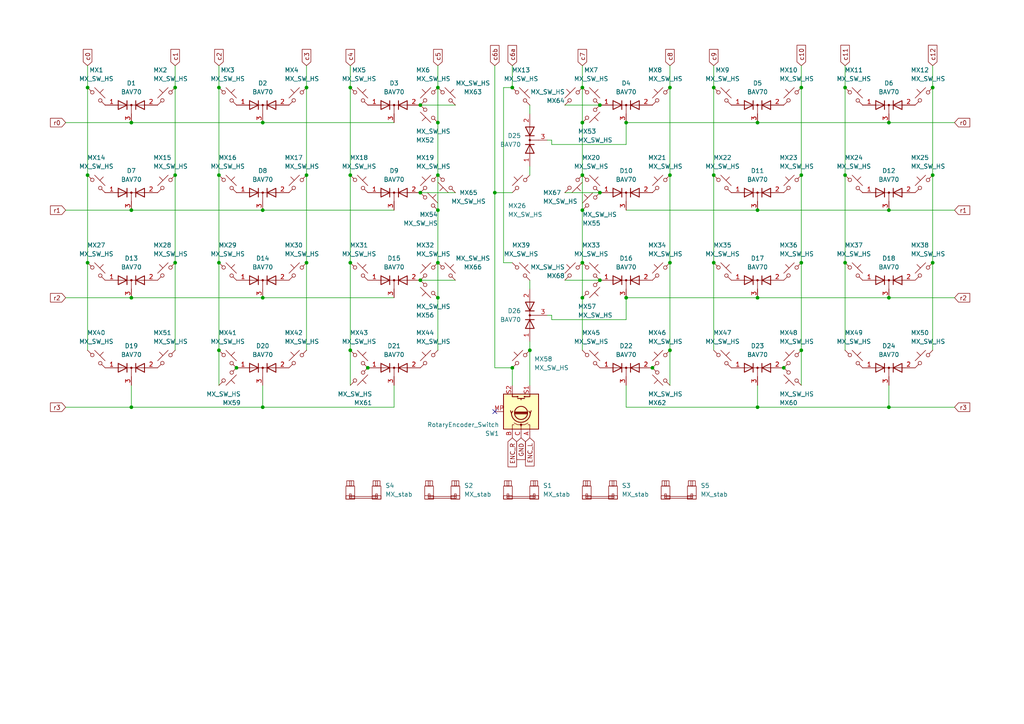
<source format=kicad_sch>
(kicad_sch (version 20230121) (generator eeschema)
  (paper "A4")
  (junction (at -121.92 77.47))
  (junction (at 50.8 25.4))
  (junction (at 38.1 35.56))
  (junction (at -114.3 77.47))
  (junction (at 38.1 60.96))
  (junction (at 127 60.96))
  (junction (at 173.99 30.48))
  (junction (at 148.59 25.4))
  (junction (at -81.28 68.58))
  (junction (at 25.4 50.8))
  (junction (at -168.6052 24.0284))
  (junction (at 76.2 60.96))
  (junction (at 270.51 50.8))
  (junction (at -179.832 -49.022))
  (junction (at 181.61 35.56))
  (junction (at 168.91 76.2))
  (junction (at -58.42 57.15))
  (junction (at 63.5 50.8))
  (junction (at -158.75 67.31))
  (junction (at 25.4 25.4))
  (junction (at 153.67 101.6))
  (junction (at 168.91 86.36))
  (junction (at 121.92 30.48))
  (junction (at -138.43 57.15))
  (junction (at 232.41 76.2))
  (junction (at 232.41 25.4))
  (junction (at 189.23 106.68))
  (junction (at 257.81 35.56))
  (junction (at 168.91 50.8))
  (junction (at 245.11 25.4))
  (junction (at -58.42 68.58))
  (junction (at 168.91 25.4))
  (junction (at 245.11 76.2))
  (junction (at 173.99 55.88))
  (junction (at -119.38 77.47))
  (junction (at 168.91 60.96))
  (junction (at 50.8 76.2))
  (junction (at -69.85 68.58))
  (junction (at -138.43 72.39))
  (junction (at 232.41 101.6))
  (junction (at 101.6 25.4))
  (junction (at 76.2 118.11))
  (junction (at -92.71 57.15))
  (junction (at 76.2 86.36))
  (junction (at -163.5252 21.59))
  (junction (at 88.9 50.8))
  (junction (at 127 50.8))
  (junction (at 143.51 55.88))
  (junction (at 194.31 76.2))
  (junction (at 207.01 50.8))
  (junction (at 257.81 60.96))
  (junction (at 76.2 35.56))
  (junction (at 101.6 101.6))
  (junction (at 127 86.36))
  (junction (at 245.11 50.8))
  (junction (at -101.6 72.39))
  (junction (at 127 35.56))
  (junction (at 63.5 101.6))
  (junction (at -46.99 68.58))
  (junction (at -69.85 57.15))
  (junction (at 68.58 106.68))
  (junction (at -162.052 -57.912))
  (junction (at 219.71 86.36))
  (junction (at 219.71 35.56))
  (junction (at 127 76.2))
  (junction (at 207.01 76.2))
  (junction (at 121.92 55.88))
  (junction (at 270.51 25.4))
  (junction (at -116.84 77.47))
  (junction (at 38.1 118.11))
  (junction (at 232.41 50.8))
  (junction (at -43.434 -15.494))
  (junction (at 127 25.4))
  (junction (at 50.8 50.8))
  (junction (at -101.6 57.15))
  (junction (at 227.33 106.68))
  (junction (at -105.41 77.47))
  (junction (at 194.31 25.4))
  (junction (at -147.32 57.15))
  (junction (at -109.22 77.47))
  (junction (at 25.4 76.2))
  (junction (at 106.68 106.68))
  (junction (at -158.4198 24.0284))
  (junction (at -135.89 77.47))
  (junction (at 148.59 106.68))
  (junction (at 63.5 76.2))
  (junction (at 168.91 35.56))
  (junction (at -138.43 77.47))
  (junction (at -101.6 77.47))
  (junction (at 257.81 86.36))
  (junction (at 257.81 118.11))
  (junction (at 219.71 118.11))
  (junction (at 173.99 81.28))
  (junction (at 101.6 50.8))
  (junction (at -156.718 6.858))
  (junction (at 38.1 86.36))
  (junction (at 101.6 76.2))
  (junction (at 88.9 76.2))
  (junction (at 63.5 25.4))
  (junction (at 121.92 81.28))
  (junction (at 181.61 86.36))
  (junction (at -176.1236 24.0284))
  (junction (at 194.31 101.6))
  (junction (at -130.81 194.2846))
  (junction (at 270.51 76.2))
  (junction (at 207.01 25.4))
  (junction (at -118.11 194.2846))
  (junction (at -162.052 -49.022))
  (junction (at 88.9 25.4))
  (junction (at -163.5252 31.75))
  (junction (at -81.28 57.15))
  (junction (at -111.76 77.47))
  (junction (at 219.71 60.96))
  (junction (at 194.31 50.8))
  (no_connect (at 143.51 119.38))
  (wire (pts (xy -168.5036 21.59) (xy -163.5252 21.59)))
  (wire (pts (xy -138.43 77.47) (xy -138.43 90.17)))
  (polyline (pts (xy -138.938 14.986) (xy -138.938 38.862)))
  (wire (pts (xy 127 86.36) (xy 127 101.6)))
  (wire (pts (xy 181.61 41.91) (xy 181.61 35.56)))
  (wire (pts (xy -138.43 55.88) (xy -138.43 57.15)))
  (wire (pts (xy -86.36 143.51) (xy -71.12 143.51)))
  (wire (pts (xy -163.5252 21.59) (xy -141.986 21.59)))
  (wire (pts (xy -194.056 -57.912) (xy -187.452 -57.912)))
  (wire (pts (xy 76.2 86.36) (xy 114.3 86.36)))
  (wire (pts (xy -86.36 133.35) (xy -71.12 133.35)))
  (wire (pts (xy -86.36 168.91) (xy -71.12 168.91)))
  (polyline (pts (xy -202.946 203.708) (xy -10.16 203.708)))
  (wire (pts (xy -156.718 5.334) (xy -156.718 6.858)))
  (wire (pts (xy -92.71 58.42) (xy -92.71 57.15)))
  (wire (pts (xy 153.67 101.6) (xy 153.67 111.76)))
  (wire (pts (xy 219.71 86.36) (xy 257.81 86.36)))
  (polyline (pts (xy -138.938 -24.892) (xy -202.946 -24.892)))
  (wire (pts (xy -119.38 90.17) (xy -119.38 77.47)))
  (wire (pts (xy -86.36 166.37) (xy -71.12 166.37)))
  (wire (pts (xy -92.71 66.04) (xy -92.71 68.58)))
  (polyline (pts (xy -10.16 12.446) (xy -135.128 12.446)))
  (wire (pts (xy -168.6052 22.606) (xy -168.6052 24.0284)))
  (wire (pts (xy 163.83 55.88) (xy 173.99 55.88)))
  (wire (pts (xy -118.11 194.2846) (xy -118.11 194.31)))
  (wire (pts (xy 88.9 76.2) (xy 88.9 101.6)))
  (wire (pts (xy 88.9 50.8) (xy 88.9 76.2)))
  (wire (pts (xy -163.83 120.65) (xy -149.86 120.65)))
  (wire (pts (xy -101.6 55.88) (xy -101.6 57.15)))
  (polyline (pts (xy -135.128 -21.844) (xy -10.16 -21.844)))
  (wire (pts (xy -163.5252 21.59) (xy -163.5252 24.0284)))
  (wire (pts (xy -162.052 -56.642) (xy -162.052 -57.912)))
  (wire (pts (xy -86.36 115.57) (xy -71.12 115.57)))
  (wire (pts (xy 194.31 101.6) (xy 194.31 111.76)))
  (wire (pts (xy 38.1 35.56) (xy 76.2 35.56)))
  (wire (pts (xy -158.3944 24.0284) (xy -158.4198 24.0284)))
  (wire (pts (xy -77.724 -5.08) (xy -90.424 -5.08)))
  (wire (pts (xy -114.3 77.47) (xy -111.76 77.47)))
  (wire (pts (xy 181.61 60.96) (xy 219.71 60.96)))
  (wire (pts (xy -176.1236 24.0284) (xy -168.6052 24.0284)))
  (wire (pts (xy 50.8 25.4) (xy 50.8 50.8)))
  (wire (pts (xy 232.41 50.8) (xy 232.41 76.2)))
  (wire (pts (xy 101.6 101.6) (xy 101.6 111.76)))
  (wire (pts (xy -86.36 120.65) (xy -71.12 120.65)))
  (wire (pts (xy 168.91 19.05) (xy 168.91 25.4)))
  (wire (pts (xy -119.38 77.47) (xy -116.84 77.47)))
  (wire (pts (xy 25.4 19.05) (xy 25.4 25.4)))
  (wire (pts (xy -101.6 77.47) (xy -101.6 90.17)))
  (polyline (pts (xy -10.16 42.926) (xy -202.946 42.926)))
  (wire (pts (xy 257.81 111.76) (xy 257.81 118.11)))
  (wire (pts (xy -86.36 128.27) (xy -71.12 128.27)))
  (wire (pts (xy -147.32 73.66) (xy -147.32 72.39)))
  (wire (pts (xy -163.83 113.03) (xy -149.86 113.03)))
  (wire (pts (xy -149.86 172.72) (xy -163.83 172.72)))
  (polyline (pts (xy -138.938 12.446) (xy -202.946 12.446)))
  (wire (pts (xy -86.36 97.79) (xy -80.01 97.79)))
  (wire (pts (xy -109.22 77.47) (xy -105.41 77.47)))
  (wire (pts (xy 50.8 19.05) (xy 50.8 25.4)))
  (wire (pts (xy 25.4 50.8) (xy 25.4 76.2)))
  (wire (pts (xy -86.36 118.11) (xy -71.12 118.11)))
  (wire (pts (xy 114.3 111.76) (xy 114.3 118.11)))
  (polyline (pts (xy -202.946 42.926) (xy -202.946 203.708)))
  (wire (pts (xy -179.832 -50.292) (xy -179.832 -49.022)))
  (wire (pts (xy -46.99 58.42) (xy -46.99 57.15)))
  (wire (pts (xy 257.81 118.11) (xy 276.86 118.11)))
  (wire (pts (xy -158.75 66.04) (xy -158.75 67.31)))
  (wire (pts (xy -147.32 67.31) (xy -147.32 66.04)))
  (wire (pts (xy -86.36 110.49) (xy -71.12 110.49)))
  (wire (pts (xy -86.36 153.67) (xy -71.12 153.67)))
  (wire (pts (xy -168.5036 31.75) (xy -163.5252 31.75)))
  (wire (pts (xy -86.36 130.81) (xy -71.12 130.81)))
  (wire (pts (xy 168.91 76.2) (xy 168.91 86.36)))
  (wire (pts (xy -147.32 81.28) (xy -147.32 82.55)))
  (wire (pts (xy 181.61 86.36) (xy 219.71 86.36)))
  (wire (pts (xy -86.36 135.89) (xy -71.12 135.89)))
  (polyline (pts (xy -138.938 38.862) (xy -202.946 38.862)))
  (wire (pts (xy -86.36 138.43) (xy -71.12 138.43)))
  (wire (pts (xy 163.83 81.28) (xy 173.99 81.28)))
  (wire (pts (xy 181.61 35.56) (xy 219.71 35.56)))
  (wire (pts (xy 127 35.56) (xy 127 50.8)))
  (wire (pts (xy -111.76 77.47) (xy -109.22 77.47)))
  (wire (pts (xy -121.92 77.47) (xy -119.38 77.47)))
  (wire (pts (xy -86.36 171.45) (xy -71.12 171.45)))
  (wire (pts (xy 153.67 30.48) (xy 153.67 33.02)))
  (wire (pts (xy -86.36 125.73) (xy -71.12 125.73)))
  (wire (pts (xy -153.67 -56.642) (xy -153.67 -57.912)))
  (wire (pts (xy 127 25.4) (xy 127 35.56)))
  (wire (pts (xy 76.2 60.96) (xy 114.3 60.96)))
  (wire (pts (xy 194.31 25.4) (xy 194.31 50.8)))
  (wire (pts (xy -30.734 2.54) (xy -14.224 2.54)))
  (wire (pts (xy 76.2 35.56) (xy 114.3 35.56)))
  (wire (pts (xy -69.85 68.58) (xy -81.28 68.58)))
  (wire (pts (xy -86.36 113.03) (xy -71.12 113.03)))
  (wire (pts (xy -135.89 90.17) (xy -135.89 77.47)))
  (wire (pts (xy 121.92 55.88) (xy 132.08 55.88)))
  (wire (pts (xy 163.83 30.48) (xy 173.99 30.48)))
  (wire (pts (xy 194.31 50.8) (xy 194.31 76.2)))
  (wire (pts (xy 245.11 19.05) (xy 245.11 25.4)))
  (wire (pts (xy 38.1 111.76) (xy 38.1 118.11)))
  (wire (pts (xy -114.3 90.17) (xy -114.3 77.47)))
  (wire (pts (xy -81.28 58.42) (xy -81.28 57.15)))
  (wire (pts (xy -147.32 57.15) (xy -138.43 57.15)))
  (wire (pts (xy -86.36 146.05) (xy -71.12 146.05)))
  (polyline (pts (xy -202.946 14.986) (xy -138.938 14.986)))
  (wire (pts (xy 270.51 50.8) (xy 270.51 76.2)))
  (wire (pts (xy -86.36 140.97) (xy -71.12 140.97)))
  (wire (pts (xy -30.734 0) (xy -14.224 0)))
  (wire (pts (xy 160.02 91.44) (xy 160.02 92.71)))
  (wire (pts (xy -46.99 66.04) (xy -46.99 68.58)))
  (polyline (pts (xy -135.128 12.446) (xy -135.128 -21.844)))
  (wire (pts (xy -149.86 161.29) (xy -163.83 161.29)))
  (wire (pts (xy -67.31 100.33) (xy -53.34 100.33)))
  (wire (pts (xy -86.36 151.13) (xy -71.12 151.13)))
  (wire (pts (xy -105.41 77.47) (xy -101.6 77.47)))
  (polyline (pts (xy -202.946 -21.59) (xy -138.938 -21.59)))
  (wire (pts (xy 168.91 60.96) (xy 168.91 76.2)))
  (wire (pts (xy 245.11 50.8) (xy 245.11 76.2)))
  (wire (pts (xy -116.84 90.17) (xy -116.84 77.47)))
  (wire (pts (xy -80.01 92.71) (xy -74.93 92.71)))
  (wire (pts (xy -111.76 90.17) (xy -111.76 77.47)))
  (wire (pts (xy 232.41 101.6) (xy 232.41 111.76)))
  (wire (pts (xy 160.02 41.91) (xy 181.61 41.91)))
  (wire (pts (xy -194.056 -50.292) (xy -194.056 -49.022)))
  (wire (pts (xy -158.75 67.31) (xy -147.32 67.31)))
  (wire (pts (xy 76.2 118.11) (xy 114.3 118.11)))
  (wire (pts (xy -86.36 179.07) (xy -71.12 179.07)))
  (wire (pts (xy 270.51 76.2) (xy 270.51 101.6)))
  (wire (pts (xy -116.84 77.47) (xy -114.3 77.47)))
  (wire (pts (xy -86.36 158.75) (xy -71.12 158.75)))
  (wire (pts (xy 181.61 92.71) (xy 181.61 86.36)))
  (wire (pts (xy 219.71 60.96) (xy 257.81 60.96)))
  (polyline (pts (xy -10.16 -21.844) (xy -10.16 12.446)))
  (wire (pts (xy 143.51 19.05) (xy 143.51 55.88)))
  (wire (pts (xy -138.43 72.39) (xy -138.43 77.47)))
  (wire (pts (xy -158.4198 24.0284) (xy -158.4198 27.8384)))
  (wire (pts (xy -81.28 66.04) (xy -81.28 68.58)))
  (wire (pts (xy -163.5252 31.75) (xy -163.5252 31.6484)))
  (wire (pts (xy -156.718 6.858) (xy -153.924 6.858)))
  (wire (pts (xy 146.05 25.4) (xy 148.59 25.4)))
  (wire (pts (xy 257.81 86.36) (xy 276.86 86.36)))
  (wire (pts (xy 153.67 48.26) (xy 153.67 50.8)))
  (wire (pts (xy 101.6 19.05) (xy 101.6 25.4)))
  (wire (pts (xy 25.4 76.2) (xy 25.4 101.6)))
  (wire (pts (xy -81.28 68.58) (xy -92.71 68.58)))
  (wire (pts (xy -92.71 57.15) (xy -81.28 57.15)))
  (wire (pts (xy -86.36 107.95) (xy -71.12 107.95)))
  (wire (pts (xy 63.5 25.4) (xy 63.5 50.8)))
  (wire (pts (xy -138.43 57.15) (xy -138.43 72.39)))
  (wire (pts (xy 168.91 86.36) (xy 168.91 101.6)))
  (wire (pts (xy -149.86 124.46) (xy -163.83 124.46)))
  (wire (pts (xy 148.59 106.68) (xy 143.51 106.68)))
  (wire (pts (xy -158.75 58.42) (xy -158.75 57.15)))
  (wire (pts (xy -101.6 57.15) (xy -101.6 72.39)))
  (wire (pts (xy 207.01 19.05) (xy 207.01 25.4)))
  (wire (pts (xy 153.67 81.28) (xy 153.67 83.82)))
  (wire (pts (xy 219.71 118.11) (xy 257.81 118.11)))
  (wire (pts (xy -158.75 67.31) (xy -158.75 68.58)))
  (wire (pts (xy -158.4198 24.0284) (xy -160.7058 24.0284)))
  (wire (pts (xy -43.434 7.62) (xy -43.434 8.89)))
  (wire (pts (xy -118.11 191.77) (xy -118.11 194.2846)))
  (wire (pts (xy -67.564 0) (xy -56.134 0)))
  (wire (pts (xy -130.81 77.47) (xy -135.89 77.47)))
  (wire (pts (xy -80.01 92.71) (xy -80.01 97.79)))
  (wire (pts (xy -149.86 175.26) (xy -163.83 175.26)))
  (wire (pts (xy -121.92 90.17) (xy -121.92 77.47)))
  (wire (pts (xy -158.4452 27.8384) (xy -158.4198 27.8384)))
  (wire (pts (xy -194.056 -49.022) (xy -179.832 -49.022)))
  (wire (pts (xy -163.83 118.11) (xy -149.86 118.11)))
  (wire (pts (xy 207.01 76.2) (xy 207.01 101.6)))
  (wire (pts (xy -86.36 -48.26) (xy -78.74 -48.26)))
  (polyline (pts (xy -202.946 -77.978) (xy -138.938 -77.978)))
  (polyline (pts (xy -202.946 12.446) (xy -202.946 -21.59)))
  (wire (pts (xy 19.05 35.56) (xy 38.1 35.56)))
  (wire (pts (xy -69.85 58.42) (xy -69.85 57.15)))
  (wire (pts (xy -179.832 -49.022) (xy -162.052 -49.022)))
  (wire (pts (xy 232.41 19.05) (xy 232.41 25.4)))
  (polyline (pts (xy -202.946 35.56) (xy -202.946 14.986)))
  (wire (pts (xy 245.11 25.4) (xy 245.11 50.8)))
  (wire (pts (xy 50.8 76.2) (xy 50.8 101.6)))
  (wire (pts (xy -130.81 90.17) (xy -130.81 77.47)))
  (wire (pts (xy 50.8 50.8) (xy 50.8 76.2)))
  (wire (pts (xy 148.59 19.05) (xy 148.59 25.4)))
  (wire (pts (xy -168.6052 27.8384) (xy -168.6052 24.0284)))
  (wire (pts (xy -86.36 156.21) (xy -71.12 156.21)))
  (wire (pts (xy -162.052 -57.912) (xy -162.052 -59.182)))
  (wire (pts (xy 88.9 19.05) (xy 88.9 25.4)))
  (wire (pts (xy -109.22 77.47) (xy -109.22 90.17)))
  (wire (pts (xy 148.59 76.2) (xy 146.05 76.2)))
  (wire (pts (xy -162.052 -49.022) (xy -153.67 -49.022)))
  (wire (pts (xy 19.05 86.36) (xy 38.1 86.36)))
  (wire (pts (xy 245.11 76.2) (xy 245.11 101.6)))
  (wire (pts (xy 181.61 111.76) (xy 181.61 118.11)))
  (wire (pts (xy -179.832 -49.022) (xy -179.832 -48.9204)))
  (wire (pts (xy -86.36 161.29) (xy -71.12 161.29)))
  (wire (pts (xy 148.59 106.68) (xy 148.59 111.76)))
  (wire (pts (xy -160.7058 22.606) (xy -168.6052 22.606)))
  (wire (pts (xy -127 90.17) (xy -127 77.47)))
  (wire (pts (xy 38.1 118.11) (xy 76.2 118.11)))
  (wire (pts (xy 160.02 40.64) (xy 158.75 40.64)))
  (wire (pts (xy -176.1236 21.59) (xy -176.1236 24.0284)))
  (wire (pts (xy 121.92 81.28) (xy 132.08 81.28)))
  (wire (pts (xy 25.4 25.4) (xy 25.4 50.8)))
  (wire (pts (xy -172.212 -57.912) (xy -162.052 -57.912)))
  (wire (pts (xy -70.104 -5.08) (xy -56.134 -5.08)))
  (wire (pts (xy 207.01 50.8) (xy 207.01 76.2)))
  (wire (pts (xy 127 19.05) (xy 127 25.4)))
  (wire (pts (xy -101.6 57.15) (xy -92.71 57.15)))
  (wire (pts (xy -69.85 66.04) (xy -69.85 68.58)))
  (wire (pts (xy -43.434 -15.494) (xy -43.434 -12.7)))
  (wire (pts (xy 232.41 76.2) (xy 232.41 101.6)))
  (wire (pts (xy 194.31 19.05) (xy 194.31 25.4)))
  (wire (pts (xy 19.05 60.96) (xy 38.1 60.96)))
  (wire (pts (xy -92.71 81.28) (xy -92.71 82.55)))
  (wire (pts (xy -86.36 148.59) (xy -71.12 148.59)))
  (wire (pts (xy 101.6 50.8) (xy 101.6 76.2)))
  (wire (pts (xy -58.42 66.04) (xy -58.42 68.58)))
  (wire (pts (xy -58.42 57.15) (xy -46.99 57.15)))
  (wire (pts (xy -152.146 31.75) (xy -141.986 31.75)))
  (wire (pts (xy -130.81 191.77) (xy -130.81 194.2846)))
  (wire (pts (xy -163.83 143.51) (xy -149.86 143.51)))
  (wire (pts (xy 143.51 55.88) (xy 148.59 55.88)))
  (wire (pts (xy 121.92 30.48) (xy 132.08 30.48)))
  (wire (pts (xy -86.36 184.15) (xy -71.12 184.15)))
  (wire (pts (xy -69.85 57.15) (xy -58.42 57.15)))
  (wire (pts (xy -46.99 68.58) (xy -58.42 68.58)))
  (wire (pts (xy -160.7058 24.0284) (xy -160.7058 22.606)))
  (wire (pts (xy 19.05 118.11) (xy 38.1 118.11)))
  (wire (pts (xy -58.42 58.42) (xy -58.42 57.15)))
  (wire (pts (xy -130.81 194.2846) (xy -130.81 194.31)))
  (wire (pts (xy -30.734 -7.62) (xy -14.224 -7.62)))
  (wire (pts (xy 88.9 25.4) (xy 88.9 50.8)))
  (wire (pts (xy -159.766 31.75) (xy -163.5252 31.75)))
  (wire (pts (xy 143.51 55.88) (xy 143.51 106.68)))
  (wire (pts (xy 127 50.8) (xy 127 60.96)))
  (wire (pts (xy -101.6 72.39) (xy -101.6 77.47)))
  (wire (pts (xy 63.5 76.2) (xy 63.5 101.6)))
  (wire (pts (xy 270.51 25.4) (xy 270.51 50.8)))
  (wire (pts (xy 194.31 76.2) (xy 194.31 101.6)))
  (wire (pts (xy 219.71 111.76) (xy 219.71 118.11)))
  (wire (pts (xy -101.6 72.39) (xy -92.71 72.39)))
  (wire (pts (xy 101.6 25.4) (xy 101.6 50.8)))
  (wire (pts (xy 160.02 91.44) (xy 158.75 91.44)))
  (wire (pts (xy 63.5 19.05) (xy 63.5 25.4)))
  (wire (pts (xy 257.81 60.96) (xy 276.86 60.96)))
  (wire (pts (xy 153.67 99.06) (xy 153.67 101.6)))
  (wire (pts (xy -147.32 58.42) (xy -147.32 57.15)))
  (polyline (pts (xy -138.938 -77.978) (xy -138.938 -24.892)))
  (wire (pts (xy 101.6 76.2) (xy 101.6 101.6)))
  (wire (pts (xy -135.89 77.47) (xy -138.43 77.47)))
  (wire (pts (xy 270.51 19.05) (xy 270.51 25.4)))
  (wire (pts (xy -86.36 -50.8) (xy -78.74 -50.8)))
  (wire (pts (xy 127 76.2) (xy 127 86.36)))
  (wire (pts (xy 127 60.96) (xy 127 76.2)))
  (wire (pts (xy 63.5 50.8) (xy 63.5 76.2)))
  (wire (pts (xy -92.71 73.66) (xy -92.71 72.39)))
  (wire (pts (xy -149.86 148.59) (xy -163.83 148.59)))
  (wire (pts (xy 181.61 118.11) (xy 219.71 118.11)))
  (wire (pts (xy -86.36 163.83) (xy -71.12 163.83)))
  (wire (pts (xy 76.2 111.76) (xy 76.2 118.11)))
  (wire (pts (xy 257.81 35.56) (xy 276.86 35.56)))
  (wire (pts (xy -86.36 100.33) (xy -74.93 100.33)))
  (wire (pts (xy 207.01 25.4) (xy 207.01 50.8)))
  (wire (pts (xy 38.1 60.96) (xy 76.2 60.96)))
  (wire (pts (xy -153.67 -57.912) (xy -162.052 -57.912)))
  (polyline (pts (xy -138.938 -21.59) (xy -138.938 12.446)))
  (wire (pts (xy 160.02 92.71) (xy 181.61 92.71)))
  (wire (pts (xy -176.1236 24.0284) (xy -176.1236 31.75)))
  (polyline (pts (xy -10.16 203.708) (xy -10.16 42.926)))
  (wire (pts (xy -163.83 115.57) (xy -149.86 115.57)))
  (wire (pts (xy -158.75 57.15) (xy -147.32 57.15)))
  (wire (pts (xy 168.91 35.56) (xy 168.91 50.8)))
  (wire (pts (xy 219.71 35.56) (xy 257.81 35.56)))
  (wire (pts (xy -81.28 57.15) (xy -69.85 57.15)))
  (wire (pts (xy -86.36 181.61) (xy -71.12 181.61)))
  (wire (pts (xy 38.1 86.36) (xy 76.2 86.36)))
  (wire (pts (xy -105.41 90.17) (xy -105.41 77.47)))
  (wire (pts (xy 63.5 101.6) (xy 63.5 111.76)))
  (wire (pts (xy -147.32 72.39) (xy -138.43 72.39)))
  (wire (pts (xy -149.86 109.22) (xy -163.83 109.22)))
  (wire (pts (xy 146.05 76.2) (xy 146.05 25.4)))
  (wire (pts (xy 168.91 25.4) (xy 168.91 35.56)))
  (polyline (pts (xy -202.946 35.56) (xy -202.946 38.862)))
  (wire (pts (xy -86.36 123.19) (xy -71.12 123.19)))
  (wire (pts (xy -86.36 176.53) (xy -71.12 176.53)))
  (wire (pts (xy -58.42 68.58) (xy -69.85 68.58)))
  (wire (pts (xy -127 77.47) (xy -121.92 77.47)))
  (wire (pts (xy -67.31 92.71) (xy -53.34 92.71)))
  (wire (pts (xy 168.91 50.8) (xy 168.91 60.96)))
  (polyline (pts (xy -202.946 -24.892) (xy -202.946 -77.978)))
  (wire (pts (xy 160.02 40.64) (xy 160.02 41.91)))
  (wire (pts (xy 232.41 25.4) (xy 232.41 50.8)))
  (wire (pts (xy -30.734 -5.08) (xy -14.224 -5.08)))
  (text "LDO\n5V -> 3.3V" (at -202.692 -69.342 0) (effects (font (size 2.54 2.54)) (justify left bottom)))
  (text "Make sure C8 is close to pin 45 of RP2040" (at -195.58 78.74 0) (effects (font (size 1.27 1.27)) (justify left bottom)))
  (text "Make sure C10 is close to pin 44 of RP2040" (at -85.09 80.01 0) (effects (font (size 1.27 1.27)) (justify left bottom)))
  (text "MCU" (at -201.676 48.26 0) (effects (font (size 2.54 2.54)) (justify left bottom)))
  (text "Breakout\n" (at -202.692 -17.272 0) (effects (font (size 2.54 2.54)) (justify left bottom)))
  (text "Make sure R3 and R4 are close to RP2040" (at -63.5 96.52 0) (effects (font (size 1.27 1.27)) (justify left bottom)))
  (text "Flash memory\n" (at -134.874 -17.78 0) (effects (font (size 2.54 2.54)) (justify left bottom)))
  (text "Crystal" (at -202.692 20.066 0) (effects (font (size 2.54 2.54)) (justify left bottom)))
  (label "GPIO27_ADC1" (at -71.12 179.07 180))
  (label "GPIO28_ADC2" (at -71.12 181.61 180))
  (label "XOUT" (at -141.986 31.75 180))
  (label "XIN" (at -163.83 143.51 0))
  (label "SWCLK" (at -151.384 -6.096 0))
  (label "QSPI_SS" (at -163.83 109.22 0))
  (label "USB_D+" (at -53.34 92.71 180))
  (label "USB_D+" (at -86.36 -48.26 180))
  (label "XIN" (at -141.986 21.59 180))
  (label "QSPI_SD2" (at -163.83 118.11 0))
  (label "QSPI_SD1" (at -14.224 -5.08 180))
  (label "QSPI_SD1" (at -163.83 115.57 0))
  (label "QSPI_SD0" (at -163.83 113.03 0))
  (label "SWCLK" (at -163.83 172.72 0))
  (label "RUN" (at -151.384 -16.256 0))
  (label "USB_D-" (at -86.36 -50.8 180))
  (label "XOUT" (at -163.83 148.59 0))
  (label "USB_D-" (at -53.34 100.33 180))
  (label "RUN" (at -156.718 5.334 0))
  (label "SWD" (at -163.83 175.26 0))
  (label "QSPI_SD0" (at -14.224 -7.62 180))
  (label "GPIO29_ADC3" (at -71.12 184.15 180))
  (label "QSPI_SD3" (at -163.83 120.65 0))
  (label "~{USB_BOOT}" (at -90.424 -5.08 0))
  (label "QSPI_SD3" (at -14.224 2.54 180))
  (label "SWD" (at -151.384 -8.636 0))
  (label "QSPI_SD2" (at -14.224 0 180))
  (label "QSPI_SS" (at -67.564 -5.08 0))
  (label "GPIO26_ADC0" (at -71.12 176.53 180))
  (label "RUN" (at -163.83 161.29 0))
  (label "QSPI_SCLK" (at -163.83 124.46 0))
  (label "QSPI_SCLK" (at -67.564 0 0))
  (global_label "c4" (shape input) (at 101.6 19.05 90) (property "Intersheetrefs" "${INTERSHEET_REFS}" (effects hide)))
  (global_label "r3" (shape input) (at 19.05 118.11 180) (property "Intersheetrefs" "${INTERSHEET_REFS}" (effects hide)))
  (global_label "c0" (shape input) (at -71.12 118.11 0) (property "Intersheetrefs" "${INTERSHEET_REFS}" (effects hide)))
  (global_label "r1" (shape input) (at 276.86 60.96 0) (property "Intersheetrefs" "${INTERSHEET_REFS}" (effects hide)))
  (global_label "r1" (shape input) (at 19.05 60.96 180) (property "Intersheetrefs" "${INTERSHEET_REFS}" (effects hide)))
  (global_label "extra_pin5" (shape input) (at -71.12 163.83 0) (property "Intersheetrefs" "${INTERSHEET_REFS}" (effects hide)))
  (global_label "extra_pin1" (shape input) (at -71.12 153.67 0) (property "Intersheetrefs" "${INTERSHEET_REFS}" (effects hide)))
  (global_label "extra_pin3" (shape input) (at -189.23 1.27 180) (property "Intersheetrefs" "${INTERSHEET_REFS}" (effects hide)))
  (global_label "c8" (shape input) (at -71.12 140.97 0) (property "Intersheetrefs" "${INTERSHEET_REFS}" (effects hide)))
  (global_label "c6b" (shape input) (at -71.12 135.89 0) (property "Intersheetrefs" "${INTERSHEET_REFS}" (effects hide)))
  (global_label "extra_pin3" (shape input) (at -71.12 158.75 0) (property "Intersheetrefs" "${INTERSHEET_REFS}" (effects hide)))
  (global_label "c8" (shape input) (at 194.31 19.05 90) (property "Intersheetrefs" "${INTERSHEET_REFS}" (effects hide)))
  (global_label "c2" (shape input) (at -71.12 123.19 0) (property "Intersheetrefs" "${INTERSHEET_REFS}" (effects hide)))
  (global_label "c9" (shape input) (at -71.12 143.51 0) (property "Intersheetrefs" "${INTERSHEET_REFS}" (effects hide)))
  (global_label "c1" (shape input) (at 50.8 19.05 90) (property "Intersheetrefs" "${INTERSHEET_REFS}" (effects hide)))
  (global_label "r1" (shape input) (at -71.12 110.49 0) (property "Intersheetrefs" "${INTERSHEET_REFS}" (effects hide)))
  (global_label "c10" (shape input) (at 232.41 19.05 90) (property "Intersheetrefs" "${INTERSHEET_REFS}" (effects hide)))
  (global_label "c6a" (shape input) (at 148.59 19.05 90) (property "Intersheetrefs" "${INTERSHEET_REFS}" (effects hide)))
  (global_label "extra_pin4" (shape input) (at -71.12 161.29 0) (property "Intersheetrefs" "${INTERSHEET_REFS}" (effects hide)))
  (global_label "r2" (shape input) (at 19.05 86.36 180) (property "Intersheetrefs" "${INTERSHEET_REFS}" (effects hide)))
  (global_label "c6a" (shape input) (at -71.12 133.35 0) (property "Intersheetrefs" "${INTERSHEET_REFS}" (effects hide)))
  (global_label "c5" (shape input) (at 127 19.05 90) (property "Intersheetrefs" "${INTERSHEET_REFS}" (effects hide)))
  (global_label "c3" (shape input) (at -71.12 125.73 0) (property "Intersheetrefs" "${INTERSHEET_REFS}" (effects hide)))
  (global_label "r3" (shape input) (at -71.12 115.57 0) (property "Intersheetrefs" "${INTERSHEET_REFS}" (effects hide)))
  (global_label "r2" (shape input) (at 276.86 86.36 0) (property "Intersheetrefs" "${INTERSHEET_REFS}" (effects hide)))
  (global_label "c2" (shape input) (at 63.5 19.05 90) (property "Intersheetrefs" "${INTERSHEET_REFS}" (effects hide)))
  (global_label "r0" (shape input) (at -71.12 107.95 0) (property "Intersheetrefs" "${INTERSHEET_REFS}" (effects hide)))
  (global_label "r2" (shape input) (at -71.12 113.03 0) (property "Intersheetrefs" "${INTERSHEET_REFS}" (effects hide)))
  (global_label "c0" (shape input) (at 25.4 19.05 90) (property "Intersheetrefs" "${INTERSHEET_REFS}" (effects hide)))
  (global_label "extra_pin2" (shape input) (at -189.23 -1.27 180) (property "Intersheetrefs" "${INTERSHEET_REFS}" (effects hide)))
  (global_label "+5V" (shape input) (at -194.056 -57.912 90) (property "Intersheetrefs" "${INTERSHEET_REFS}" (effects hide)))
  (global_label "GND" (shape input) (at -186.436 -29.464 0) (property "Intersheetrefs" "${INTERSHEET_REFS}" (effects hide)))
  (global_label "r0" (shape input) (at 276.86 35.56 0) (property "Intersheetrefs" "${INTERSHEET_REFS}" (effects hide)))
  (global_label "extra_pin1" (shape input) (at -189.23 -3.81 180) (property "Intersheetrefs" "${INTERSHEET_REFS}" (effects hide)))
  (global_label "extra_pin5" (shape input) (at -189.23 6.35 180) (property "Intersheetrefs" "${INTERSHEET_REFS}" (effects hide)))
  (global_label "r0" (shape input) (at 19.05 35.56 180) (property "Intersheetrefs" "${INTERSHEET_REFS}" (effects hide)))
  (global_label "+5V" (shape input) (at -78.74 -53.34 180) (property "Intersheetrefs" "${INTERSHEET_REFS}" (effects hide)))
  (global_label "ENC_L" (shape input) (at 153.67 127 270) (property "Intersheetrefs" "${INTERSHEET_REFS}" (effects hide)))
  (global_label "extra_pin2" (shape input) (at -71.12 156.21 0) (property "Intersheetrefs" "${INTERSHEET_REFS}" (effects hide)))
  (global_label "c12" (shape input) (at -71.12 151.13 0) (property "Intersheetrefs" "${INTERSHEET_REFS}" (effects hide)))
  (global_label "c7" (shape input) (at 168.91 19.05 90) (property "Intersheetrefs" "${INTERSHEET_REFS}" (effects hide)))
  (global_label "+5V" (shape input) (at -172.974 -13.208 0) (property "Intersheetrefs" "${INTERSHEET_REFS}" (effects hide)))
  (global_label "c1" (shape input) (at -71.12 120.65 0) (property "Intersheetrefs" "${INTERSHEET_REFS}" (effects hide)))
  (global_label "c3" (shape input) (at 88.9 19.05 90) (property "Intersheetrefs" "${INTERSHEET_REFS}" (effects hide)))
  (global_label "c12" (shape input) (at 270.51 19.05 90) (property "Intersheetrefs" "${INTERSHEET_REFS}" (effects hide)))
  (global_label "GND" (shape input) (at 151.13 127 270) (property "Intersheetrefs" "${INTERSHEET_REFS}" (effects hide)))
  (global_label "r3" (shape input) (at 276.86 118.11 0) (property "Intersheetrefs" "${INTERSHEET_REFS}" (effects hide)))
  (global_label "c5" (shape input) (at -71.12 130.81 0) (property "Intersheetrefs" "${INTERSHEET_REFS}" (effects hide)))
  (global_label "GND" (shape input) (at -172.974 -10.668 0) (property "Intersheetrefs" "${INTERSHEET_REFS}" (effects hide)))
  (global_label "c10" (shape input) (at -71.12 146.05 0) (property "Intersheetrefs" "${INTERSHEET_REFS}" (effects hide)))
  (global_label "c6b" (shape input) (at 143.51 19.05 90) (property "Intersheetrefs" "${INTERSHEET_REFS}" (effects hide)))
  (global_label "ENC_R" (shape input) (at 148.59 127 270) (property "Intersheetrefs" "${INTERSHEET_REFS}" (effects hide)))
  (global_label "LED_GLOW" (shape input) (at -71.12 166.37 0) (property "Intersheetrefs" "${INTERSHEET_REFS}" (effects hide)))
  (global_label "c11" (shape input) (at 245.11 19.05 90) (property "Intersheetrefs" "${INTERSHEET_REFS}" (effects hide)))
  (global_label "c9" (shape input) (at 207.01 19.05 90) (property "Intersheetrefs" "${INTERSHEET_REFS}" (effects hide)))
  (global_label "ENC_R" (shape input) (at -71.12 168.91 0) (property "Intersheetrefs" "${INTERSHEET_REFS}" (effects hide)))
  (global_label "extra_pin4" (shape input) (at -189.23 3.81 180) (property "Intersheetrefs" "${INTERSHEET_REFS}" (effects hide)))
  (global_label "c4" (shape input) (at -71.12 128.27 0) (property "Intersheetrefs" "${INTERSHEET_REFS}" (effects hide)))
  (global_label "c11" (shape input) (at -71.12 148.59 0) (property "Intersheetrefs" "${INTERSHEET_REFS}" (effects hide)))
  (global_label "c7" (shape input) (at -71.12 138.43 0) (property "Intersheetrefs" "${INTERSHEET_REFS}" (effects hide)))
  (global_label "LED_GLOW" (shape input) (at -172.974 -8.128 0) (property "Intersheetrefs" "${INTERSHEET_REFS}" (effects hide)))
  (global_label "ENC_L" (shape input) (at -71.12 171.45 0) (property "Intersheetrefs" "${INTERSHEET_REFS}" (effects hide)))
  (symbol (lib_id "power:+1V1") (at -138.43 55.88 0) (unit 1)
    (property "Reference" "#PWR012" (effects hide))
    (property "Value" "+1V1" (at -138.049 51.4858 0))
  )
  (symbol (lib_id "Device:R") (at -71.12 100.33 270) (unit 1)
    (property "Reference" "R5" (at -71.12 95.0722 90))
    (property "Value" "27" (at -71.12 97.3836 90))
    (property "Footprint" "Resistor_SMD:R_0402_1005Metric" (effects hide))
    (property "LCSC" "C104170" (effects hide))
  )
  (symbol (lib_id "power:GND") (at -46.99 68.58 0) (unit 1)
    (property "Reference" "#PWR021" (effects hide))
    (property "Value" "GND" (at -46.863 72.9742 0))
  )
  (symbol (lib_id "Diode:BAV70") (at 181.61 30.48 0) (unit 1)
    (property "Reference" "D4" (at 181.61 24.13 0))
    (property "Value" "BAV70" (at 181.61 26.67 0))
    (property "Footprint" "Keebio-Parts:SOT-23" (effects hide))
    (property "Datasheet" "https://assets.nexperia.com/documents/data-sheet/BAV70_SER.pdf" (effects hide))
  )
  (symbol (lib_id "Diode:BAV70") (at 114.3 81.28 0) (unit 1)
    (property "Reference" "D15" (at 114.3 74.93 0))
    (property "Value" "BAV70" (at 114.3 77.47 0))
    (property "Footprint" "Keebio-Parts:SOT-23" (effects hide))
    (property "Datasheet" "https://assets.nexperia.com/documents/data-sheet/BAV70_SER.pdf" (effects hide))
  )
  (symbol (lib_id "Diode:BAV70") (at 76.2 55.88 0) (unit 1)
    (property "Reference" "D8" (at 76.2 49.53 0))
    (property "Value" "BAV70" (at 76.2 52.07 0))
    (property "Footprint" "Keebio-Parts:SOT-23" (effects hide))
    (property "Datasheet" "https://assets.nexperia.com/documents/data-sheet/BAV70_SER.pdf" (effects hide))
  )
  (symbol (lib_id "PCM_marbastlib-mx:MX_SW_HS") (at 171.45 33.02 270) (unit 1)
    (property "Reference" "MX53" (at 167.64 38.1 90) (effects (justify left)))
    (property "Value" "MX_SW_HS" (at 167.64 40.64 90) (effects (justify left)))
    (property "Footprint" "PCM_marbastlib-mx:SW_MX_1.75u" (effects hide))
  )
  (symbol (lib_id "Connector:Conn_01x05_Socket") (at -184.15 1.27 0) (unit 1)
    (property "Reference" "J1" (at -181.61 0 0) (effects (justify left)))
    (property "Value" "Conn_01x02_Female" (at -181.61 2.54 0) (effects (justify left)))
    (property "Footprint" "Connector_PinSocket_2.54mm:PinSocket_1x05_P2.54mm_Vertical" (effects hide))
  )
  (symbol (lib_id "PCM_marbastlib-mx:MX_SW_HS") (at 209.55 53.34 0) (unit 1)
    (property "Reference" "MX22" (at 209.55 45.72 0))
    (property "Value" "MX_SW_HS" (at 209.55 48.26 0))
    (property "Footprint" "PCM_marbastlib-mx:SW_MX_1u" (effects hide))
  )
  (symbol (lib_id "power:GND") (at -73.66 -41.91 0) (unit 1)
    (property "Reference" "#PWR019" (effects hide))
    (property "Value" "GND" (at -73.66 -35.56 0))
  )
  (symbol (lib_id "PCM_marbastlib-mx:MX_SW_HS") (at 267.97 104.14 90) (unit 1)
    (property "Reference" "MX50" (at 264.16 96.52 90) (effects (justify right)))
    (property "Value" "MX_SW_HS" (at 264.16 99.06 90) (effects (justify right)))
    (property "Footprint" "PCM_marbastlib-mx:SW_MX_1u" (effects hide))
  )
  (symbol (lib_id "power:GND") (at -105.664 -5.08 270) (unit 1)
    (property "Reference" "#PWR015" (effects hide))
    (property "Value" "GND" (at -106.934 -8.89 0))
  )
  (symbol (lib_id "power:GND") (at -92.71 82.55 0) (unit 1)
    (property "Reference" "#PWR017" (effects hide))
    (property "Value" "GND" (at -92.583 86.9442 0))
  )
  (symbol (lib_id "power:GND") (at -158.75 68.58 0) (unit 1)
    (property "Reference" "#PWR07" (effects hide))
    (property "Value" "GND" (at -158.623 72.9742 0))
  )
  (symbol (lib_id "PCM_marbastlib-mx:MX_SW_HS") (at 129.54 53.34 180) (unit 1)
    (property "Reference" "MX65" (at 135.89 55.88 0))
    (property "Value" "MX_SW_HS" (at 135.89 58.42 0))
    (property "Footprint" "PCM_marbastlib-mx:SW_MX_1u" (effects hide))
  )
  (symbol (lib_id "PCM_marbastlib-mx:MX_SW_HS") (at 171.45 78.74 0) (unit 1)
    (property "Reference" "MX33" (at 171.45 71.12 0))
    (property "Value" "MX_SW_HS" (at 171.45 73.66 0))
    (property "Footprint" "PCM_marbastlib-mx:SW_MX_1u" (effects hide))
  )
  (symbol (lib_id "Connector:Conn_01x05_Male") (at -156.464 -11.176 0) (unit 1)
    (property "Reference" "J4" (at -155.829 -21.1582 0))
    (property "Value" "BREAKOUT" (at -153.4414 -3.9878 0))
    (property "Footprint" "Connector_PinSocket_2.54mm:PinSocket_1x05_P2.54mm_Vertical" (effects hide))
  )
  (symbol (lib_id "Device:C") (at -81.28 62.23 0) (unit 1)
    (property "Reference" "C11" (at -78.359 61.0616 0) (effects (justify left)))
    (property "Value" "100n" (at -78.359 63.373 0) (effects (justify left)))
    (property "Footprint" "Capacitor_SMD:C_0402_1005Metric" (effects hide))
    (property "LCSC" "C49678" (effects hide))
  )
  (symbol (lib_id "PCM_marbastlib-mx:MX_SW_HS") (at 191.77 53.34 90) (unit 1)
    (property "Reference" "MX21" (at 187.96 45.72 90) (effects (justify right)))
    (property "Value" "MX_SW_HS" (at 187.96 48.26 90) (effects (justify right)))
    (property "Footprint" "PCM_marbastlib-mx:SW_MX_1u" (effects hide))
  )
  (symbol (lib_id "Diode:BAV70") (at 181.61 81.28 0) (unit 1)
    (property "Reference" "D16" (at 181.61 74.93 0))
    (property "Value" "BAV70" (at 181.61 77.47 0))
    (property "Footprint" "Keebio-Parts:SOT-23" (effects hide))
    (property "Datasheet" "https://assets.nexperia.com/documents/data-sheet/BAV70_SER.pdf" (effects hide))
  )
  (symbol (lib_id "Device:R") (at -73.914 -5.08 270) (unit 1)
    (property "Reference" "R3" (at -73.914 -10.3378 90))
    (property "Value" "1k" (at -73.914 -8.0264 90))
    (property "Footprint" "Resistor_SMD:R_0402_1005Metric" (effects hide))
    (property "LCSC" "C115316" (effects hide))
  )
  (symbol (lib_id "power:+3V3") (at -43.434 -15.494 0) (unit 1)
    (property "Reference" "#PWR022" (effects hide))
    (property "Value" "+3V3" (at -46.99 -15.494 0))
  )
  (symbol (lib_id "PCM_marbastlib-mx:MX_SW_HS") (at 48.26 78.74 90) (unit 1)
    (property "Reference" "MX28" (at 44.45 71.12 90) (effects (justify right)))
    (property "Value" "MX_SW_HS" (at 44.45 73.66 90) (effects (justify right)))
    (property "Footprint" "PCM_marbastlib-mx:SW_MX_1u" (effects hide))
  )
  (symbol (lib_id "PCM_marbastlib-mx:MX_SW_HS") (at 209.55 104.14 0) (unit 1)
    (property "Reference" "MX47" (at 209.55 96.52 0))
    (property "Value" "MX_SW_HS" (at 209.55 99.06 0))
    (property "Footprint" "PCM_marbastlib-mx:SW_MX_1u" (effects hide))
  )
  (symbol (lib_id "Diode:BAV70") (at 153.67 91.44 90) (unit 1)
    (property "Reference" "D26" (at 151.13 90.17 90) (effects (justify left)))
    (property "Value" "BAV70" (at 151.13 92.71 90) (effects (justify left)))
    (property "Footprint" "Keebio-Parts:SOT-23" (effects hide))
    (property "Datasheet" "https://assets.nexperia.com/documents/data-sheet/BAV70_SER.pdf" (effects hide))
  )
  (symbol (lib_id "Device:C") (at -172.3136 21.59 270) (unit 1)
    (property "Reference" "C2" (at -175.8188 17.3228 90) (effects (justify left)))
    (property "Value" "22pf" (at -172.974 17.5768 90) (effects (justify left)))
    (property "Footprint" "Capacitor_SMD:C_0402_1005Metric" (effects hide))
    (property "LCSC" "C1804" (effects hide))
  )
  (symbol (lib_id "PCM_marbastlib-mx:MX_SW_HS") (at 48.26 53.34 90) (unit 1)
    (property "Reference" "MX15" (at 44.45 45.72 90) (effects (justify right)))
    (property "Value" "MX_SW_HS" (at 44.45 48.26 90) (effects (justify right)))
    (property "Footprint" "PCM_marbastlib-mx:SW_MX_1u" (effects hide))
  )
  (symbol (lib_id "cipulot_parts:SW_PUSH") (at -164.338 6.858 0) (unit 1)
    (property "Reference" "SW2" (at -164.338 -1.016 0))
    (property "Value" "SW_PUSH" (at -164.338 1.524 0))
    (property "Footprint" "Keebio-Parts:SW_SPST_TL3342" (effects hide))
    (property "LCSC" "C318884" (effects hide))
  )
  (symbol (lib_id "PCM_marbastlib-mx:MX_SW_HS") (at 86.36 27.94 90) (unit 1)
    (property "Reference" "MX4" (at 82.55 20.32 90) (effects (justify right)))
    (property "Value" "MX_SW_HS" (at 82.55 22.86 90) (effects (justify right)))
    (property "Footprint" "PCM_marbastlib-mx:SW_MX_1u" (effects hide))
  )
  (symbol (lib_id "power:+3V3") (at -101.6 55.88 0) (unit 1)
    (property "Reference" "#PWR016" (effects hide))
    (property "Value" "+3V3" (at -101.219 51.4858 0))
  )
  (symbol (lib_id "PCM_marbastlib-mx:MX_SW_HS") (at 86.36 78.74 90) (unit 1)
    (property "Reference" "MX30" (at 82.55 71.12 90) (effects (justify right)))
    (property "Value" "MX_SW_HS" (at 82.55 73.66 90) (effects (justify right)))
    (property "Footprint" "PCM_marbastlib-mx:SW_MX_1u" (effects hide))
  )
  (symbol (lib_id "Diode:BAV70") (at 257.81 106.68 0) (unit 1)
    (property "Reference" "D24" (at 257.81 100.33 0))
    (property "Value" "BAV70" (at 257.81 102.87 0))
    (property "Footprint" "Keebio-Parts:SOT-23" (effects hide))
    (property "Datasheet" "https://assets.nexperia.com/documents/data-sheet/BAV70_SER.pdf" (effects hide))
  )
  (symbol (lib_id "cipulot_parts:SW_PUSH") (at -98.044 -5.08 0) (unit 1)
    (property "Reference" "SW3" (at -98.044 -12.446 0))
    (property "Value" "RESET " (at -98.044 -9.906 0))
    (property "Footprint" "Keebio-Parts:SW_SPST_TL3342" (effects hide))
    (property "LCSC" "C318884" (effects hide))
  )
  (symbol (lib_id "PCM_marbastlib-mx:MX_SW_HS") (at 66.04 109.22 270) (unit 1)
    (property "Reference" "MX59" (at 69.85 116.84 90) (effects (justify right)))
    (property "Value" "MX_SW_HS" (at 69.85 114.3 90) (effects (justify right)))
    (property "Footprint" "PCM_marbastlib-mx:SW_MX_1.5u" (effects hide))
  )
  (symbol (lib_id "PCM_marbastlib-mx:MX_SW_HS") (at 151.13 27.94 0) (unit 1)
    (property "Reference" "MX13" (at 151.13 20.32 0))
    (property "Value" "MX_SW_HS" (at 151.13 22.86 0))
    (property "Footprint" "PCM_marbastlib-mx:SW_MX_1u" (effects hide))
  )
  (symbol (lib_id "Device:R") (at -150.114 6.858 90) (unit 1)
    (property "Reference" "R2" (at -150.114 0 90))
    (property "Value" "10K" (at -150.114 2.54 90))
    (property "Footprint" "Resistor_SMD:R_0402_1005Metric" (effects hide))
    (property "LCSC" "C115309" (effects hide))
  )
  (symbol (lib_id "PCM_marbastlib-mx:MX_SW_HS") (at 247.65 78.74 0) (unit 1)
    (property "Reference" "MX37" (at 247.65 71.12 0))
    (property "Value" "MX_SW_HS" (at 247.65 73.66 0))
    (property "Footprint" "PCM_marbastlib-mx:SW_MX_1u" (effects hide))
  )
  (symbol (lib_id "power:GND") (at -186.436 -29.464 270) (unit 1)
    (property "Reference" "#PWR01" (effects hide))
    (property "Value" "GND" (at -187.706 -33.274 0))
  )
  (symbol (lib_id "PCM_marbastlib-mx:MX_SW_HS") (at 48.26 27.94 90) (unit 1)
    (property "Reference" "MX2" (at 44.45 20.32 90) (effects (justify right)))
    (property "Value" "MX_SW_HS" (at 44.45 22.86 90) (effects (justify right)))
    (property "Footprint" "PCM_marbastlib-mx:SW_MX_1u" (effects hide))
  )
  (symbol (lib_id "Memory_Flash:W25Q128JVS") (at -43.434 -2.54 0) (unit 1)
    (property "Reference" "U3" (at -52.324 -12.7 0))
    (property "Value" "W25Q128JVS" (at -35.814 7.62 0))
    (property "Footprint" "Package_SO:SOIC-8_5.23x5.23mm_P1.27mm" (effects hide))
    (property "Datasheet" "http://www.winbond.com/resource-files/w25q128jv_dtr%20revc%2003272018%20plus.pdf" (effects hide))
    (property "LCSC" "C97521" (effects hide))
  )
  (symbol (lib_id "PCM_marbastlib-mx:MX_SW_HS") (at 247.65 104.14 0) (unit 1)
    (property "Reference" "MX49" (at 247.65 96.52 0))
    (property "Value" "MX_SW_HS" (at 247.65 99.06 0))
    (property "Footprint" "PCM_marbastlib-mx:SW_MX_1u" (effects hide))
  )
  (symbol (lib_id "PCM_marbastlib-mx:MX_SW_HS") (at 66.04 78.74 0) (unit 1)
    (property "Reference" "MX29" (at 66.04 71.12 0))
    (property "Value" "MX_SW_HS" (at 66.04 73.66 0))
    (property "Footprint" "PCM_marbastlib-mx:SW_MX_1u" (effects hide))
  )
  (symbol (lib_id "PCM_marbastlib-mx:MX_SW_HS") (at 267.97 53.34 90) (unit 1)
    (property "Reference" "MX25" (at 264.16 45.72 90) (effects (justify right)))
    (property "Value" "MX_SW_HS" (at 264.16 48.26 90) (effects (justify right)))
    (property "Footprint" "PCM_marbastlib-mx:SW_MX_1u" (effects hide))
  )
  (symbol (lib_id "Device:C") (at -162.052 -52.832 0) (unit 1)
    (property "Reference" "C4" (at -159.131 -54.0004 0) (effects (justify left)))
    (property "Value" "10u" (at -159.131 -51.689 0) (effects (justify left)))
    (property "Footprint" "Capacitor_SMD:C_0402_1005Metric" (effects hide))
    (property "LCSC" "C91245" (effects hide))
  )
  (symbol (lib_id "Device:RotaryEncoder_Switch") (at 151.13 119.38 270) (mirror x) (unit 1)
    (property "Reference" "SW1" (at 144.78 125.73 90) (effects (justify right)))
    (property "Value" "RotaryEncoder_Switch" (at 144.78 123.19 90) (effects (justify right)))
    (property "Footprint" "PCM_marbastlib-various:ROT_Alps_EC11E-Switch" (effects hide))
  )
  (symbol (lib_id "PCM_marbastlib-mx:MX_SW_HS") (at 247.65 27.94 0) (unit 1)
    (property "Reference" "MX11" (at 247.65 20.32 0))
    (property "Value" "MX_SW_HS" (at 247.65 22.86 0))
    (property "Footprint" "PCM_marbastlib-mx:SW_MX_1u" (effects hide))
  )
  (symbol (lib_id "PCM_marbastlib-mx:MX_SW_HS") (at 171.45 53.34 0) (unit 1)
    (property "Reference" "MX20" (at 171.45 45.72 0))
    (property "Value" "MX_SW_HS" (at 171.45 48.26 0))
    (property "Footprint" "PCM_marbastlib-mx:SW_MX_1u" (effects hide))
  )
  (symbol (lib_id "power:GND") (at -43.434 8.89 0) (unit 1)
    (property "Reference" "#PWR023" (effects hide))
    (property "Value" "GND" (at -47.244 10.16 0))
  )
  (symbol (lib_id "power:GND") (at -176.1236 24.0284 270) (unit 1)
    (property "Reference" "#PWR04" (effects hide))
    (property "Value" "GND" (at -180.5178 24.1554 0))
  )
  (symbol (lib_id "Regulator_Linear:NCP1117-3.3_SOT223") (at -179.832 -57.912 0) (unit 1)
    (property "Reference" "U1" (at -179.832 -64.0588 0))
    (property "Value" "NCP1117-3.3_SOT223" (at -179.832 -61.7474 0))
    (property "Footprint" "Package_TO_SOT_SMD:SOT-223-3_TabPin2" (effects hide))
    (property "Datasheet" "http://www.onsemi.com/pub_link/Collateral/NCP1117-D.PDF" (effects hide))
    (property "LCSC" "C26537" (effects hide))
  )
  (symbol (lib_id "PCM_marbastlib-mx:MX_SW_HS") (at 66.04 53.34 0) (unit 1)
    (property "Reference" "MX16" (at 66.04 45.72 0))
    (property "Value" "MX_SW_HS" (at 66.04 48.26 0))
    (property "Footprint" "PCM_marbastlib-mx:SW_MX_1u" (effects hide))
  )
  (symbol (lib_id "PCM_marbastlib-mx:MX_SW_HS") (at 66.04 104.14 0) (unit 1)
    (property "Reference" "MX41" (at 66.04 96.52 0))
    (property "Value" "MX_SW_HS" (at 66.04 99.06 0))
    (property "Footprint" "PCM_marbastlib-mx:SW_MX_1u" (effects hide))
  )
  (symbol (lib_id "power:+3V3") (at -162.052 -59.182 0) (unit 1)
    (property "Reference" "#PWR06" (effects hide))
    (property "Value" "+3V3" (at -161.671 -63.5762 0))
  )
  (symbol (lib_id "PCM_marbastlib-mx:MX_stab") (at 128.27 142.24 0) (unit 1)
    (property "Reference" "S2" (at 134.62 140.843 0) (effects (justify left)))
    (property "Value" "MX_stab" (at 134.62 143.383 0) (effects (justify left)))
    (property "Footprint" "PCM_marbastlib-mx:STAB_MX_P_2u" (effects hide))
  )
  (symbol (lib_id "PCM_marbastlib-mx:MX_SW_HS") (at 151.13 104.14 90) (unit 1)
    (property "Reference" "MX58" (at 154.94 104.14 90) (effects (justify right)))
    (property "Value" "MX_SW_HS" (at 154.94 106.68 90) (effects (justify right)))
    (property "Footprint" "PCM_marbastlib-mx:SW_MX_1u" (effects hide))
  )
  (symbol (lib_id "Diode:BAV70") (at 114.3 30.48 0) (unit 1)
    (property "Reference" "D3" (at 114.3 24.13 0))
    (property "Value" "BAV70" (at 114.3 26.67 0))
    (property "Footprint" "Keebio-Parts:SOT-23" (effects hide))
    (property "Datasheet" "https://assets.nexperia.com/documents/data-sheet/BAV70_SER.pdf" (effects hide))
  )
  (symbol (lib_id "Device:C") (at -147.32 62.23 0) (unit 1)
    (property "Reference" "C7" (at -144.399 61.0616 0) (effects (justify left)))
    (property "Value" "100n" (at -144.399 63.373 0) (effects (justify left)))
    (property "Footprint" "Capacitor_SMD:C_0402_1005Metric" (effects hide))
    (property "LCSC" "C49678" (effects hide))
  )
  (symbol (lib_id "Connector:Conn_01x03_Male") (at -178.054 -10.668 0) (unit 1)
    (property "Reference" "J3" (at -177.419 -18.288 0))
    (property "Value" "Conn_01x03_Male" (at -177.419 -15.748 0))
    (property "Footprint" "Connector_PinSocket_2.54mm:PinSocket_1x03_P2.54mm_Vertical" (effects hide))
  )
  (symbol (lib_id "PCM_marbastlib-mx:MX_SW_HS") (at 191.77 109.22 180) (unit 1)
    (property "Reference" "MX62" (at 187.96 116.84 0) (effects (justify right)))
    (property "Value" "MX_SW_HS" (at 187.96 114.3 0) (effects (justify right)))
    (property "Footprint" "PCM_marbastlib-mx:SW_MX_1.5u" (effects hide))
  )
  (symbol (lib_id "Device:C") (at -153.67 -52.832 0) (unit 1)
    (property "Reference" "C6" (at -150.749 -54.0004 0) (effects (justify left)))
    (property "Value" "10u" (at -150.749 -51.689 0) (effects (justify left)))
    (property "Footprint" "Capacitor_SMD:C_0402_1005Metric" (effects hide))
    (property "LCSC" "C91245" (effects hide))
  )
  (symbol (lib_id "PCM_marbastlib-mx:MX_SW_HS") (at 124.46 33.02 180) (unit 1)
    (property "Reference" "MX52" (at 120.65 40.64 0) (effects (justify right)))
    (property "Value" "MX_SW_HS" (at 120.65 38.1 0) (effects (justify right)))
    (property "Footprint" "PCM_marbastlib-mx:SW_MX_1.75u" (effects hide))
  )
  (symbol (lib_id "Diode:BAV70") (at 181.61 55.88 0) (unit 1)
    (property "Reference" "D10" (at 181.61 49.53 0))
    (property "Value" "BAV70" (at 181.61 52.07 0))
    (property "Footprint" "Keebio-Parts:SOT-23" (effects hide))
    (property "Datasheet" "https://assets.nexperia.com/documents/data-sheet/BAV70_SER.pdf" (effects hide))
  )
  (symbol (lib_id "PCM_marbastlib-mx:MX_SW_HS") (at 27.94 27.94 0) (unit 1)
    (property "Reference" "MX1" (at 27.94 20.32 0))
    (property "Value" "MX_SW_HS" (at 27.94 22.86 0))
    (property "Footprint" "PCM_marbastlib-mx:SW_MX_1u" (effects hide))
  )
  (symbol (lib_id "Device:C") (at -92.71 62.23 0) (unit 1)
    (property "Reference" "C9" (at -89.789 61.0616 0) (effects (justify left)))
    (property "Value" "100n" (at -89.789 63.373 0) (effects (justify left)))
    (property "Footprint" "Capacitor_SMD:C_0402_1005Metric" (effects hide))
    (property "LCSC" "C49678" (effects hide))
  )
  (symbol (lib_id "PCM_marbastlib-mx:MX_SW_HS") (at 48.26 104.14 90) (unit 1)
    (property "Reference" "MX51" (at 44.45 96.52 90) (effects (justify right)))
    (property "Value" "MX_SW_HS" (at 44.45 99.06 90) (effects (justify right)))
    (property "Footprint" "PCM_marbastlib-mx:SW_MX_1u" (effects hide))
  )
  (symbol (lib_id "PCM_marbastlib-mx:MX_SW_HS") (at 104.14 78.74 0) (unit 1)
    (property "Reference" "MX31" (at 104.14 71.12 0))
    (property "Value" "MX_SW_HS" (at 104.14 73.66 0))
    (property "Footprint" "PCM_marbastlib-mx:SW_MX_1u" (effects hide))
  )
  (symbol (lib_id "PCM_marbastlib-mx:MX_SW_HS") (at 124.46 104.14 90) (unit 1)
    (property "Reference" "MX44" (at 120.65 96.52 90) (effects (justify right)))
    (property "Value" "MX_SW_HS" (at 120.65 99.06 90) (effects (justify right)))
    (property "Footprint" "PCM_marbastlib-mx:SW_MX_1u" (effects hide))
  )
  (symbol (lib_id "Diode:BAV70") (at 257.81 81.28 0) (unit 1)
    (property "Reference" "D18" (at 257.81 74.93 0))
    (property "Value" "BAV70" (at 257.81 77.47 0))
    (property "Footprint" "Keebio-Parts:SOT-23" (effects hide))
    (property "Datasheet" "https://assets.nexperia.com/documents/data-sheet/BAV70_SER.pdf" (effects hide))
  )
  (symbol (lib_id "power:+3V3") (at -151.384 -13.716 270) (unit 1)
    (property "Reference" "#PWR08" (effects hide))
    (property "Value" "+3V3" (at -146.1516 -13.7414 90))
  )
  (symbol (lib_id "PCM_marbastlib-mx:MX_SW_HS") (at 129.54 78.74 0) (unit 1)
    (property "Reference" "MX66" (at 137.16 77.47 0))
    (property "Value" "MX_SW_HS" (at 137.16 74.93 0))
    (property "Footprint" "PCM_marbastlib-mx:SW_MX_1u" (effects hide))
  )
  (symbol (lib_id "Device:Crystal_GND24") (at -163.5252 27.8384 90) (unit 1)
    (property "Reference" "Y1" (at -150.876 23.1394 90))
    (property "Value" "12MHZ Crystal " (at -150.876 25.6794 90))
    (property "Footprint" "Crystal:Crystal_SMD_3225-4Pin_3.2x2.5mm" (effects hide))
    (property "LCSC" "C9002" (effects hide))
  )
  (symbol (lib_id "Diode:BAV70") (at 38.1 81.28 0) (unit 1)
    (property "Reference" "D13" (at 38.1 74.93 0))
    (property "Value" "BAV70" (at 38.1 77.47 0))
    (property "Footprint" "Keebio-Parts:SOT-23" (effects hide))
    (property "Datasheet" "https://assets.nexperia.com/documents/data-sheet/BAV70_SER.pdf" (effects hide))
  )
  (symbol (lib_id "PCM_marbastlib-mx:MX_SW_HS") (at 166.37 53.34 270) (unit 1)
    (property "Reference" "MX67" (at 157.48 55.88 90) (effects (justify left)))
    (property "Value" "MX_SW_HS" (at 157.48 58.42 90) (effects (justify left)))
    (property "Footprint" "PCM_marbastlib-mx:SW_MX_1u" (effects hide))
  )
  (symbol (lib_id "PCM_marbastlib-mx:MX_SW_HS") (at 104.14 109.22 270) (unit 1)
    (property "Reference" "MX61" (at 107.95 116.84 90) (effects (justify right)))
    (property "Value" "MX_SW_HS" (at 107.95 114.3 90) (effects (justify right)))
    (property "Footprint" "PCM_marbastlib-mx:SW_MX_1.5u" (effects hide))
  )
  (symbol (lib_id "PCM_marbastlib-mx:MX_SW_HS") (at 104.14 104.14 0) (unit 1)
    (property "Reference" "MX43" (at 104.14 96.52 0))
    (property "Value" "MX_SW_HS" (at 104.14 99.06 0))
    (property "Footprint" "PCM_marbastlib-mx:SW_MX_1u" (effects hide))
  )
  (symbol (lib_id "PCM_marbastlib-mx:MX_stab") (at 151.13 142.24 0) (unit 1)
    (property "Reference" "S1" (at 157.48 140.843 0) (effects (justify left)))
    (property "Value" "MX_stab" (at 157.48 143.383 0) (effects (justify left)))
    (property "Footprint" "PCM_marbastlib-mx:STAB_MX_P_10u" (effects hide))
  )
  (symbol (lib_id "PCM_marbastlib-mx:MX_SW_HS") (at 151.13 78.74 0) (unit 1)
    (property "Reference" "MX39" (at 151.13 71.12 0))
    (property "Value" "MX_SW_HS" (at 151.13 73.66 0))
    (property "Footprint" "PCM_marbastlib-mx:SW_MX_1u" (effects hide))
  )
  (symbol (lib_id "power:GND") (at -130.81 194.2846 0) (unit 1)
    (property "Reference" "#PWR013" (effects hide))
    (property "Value" "GND" (at -134.62 195.5546 0))
  )
  (symbol (lib_id "power:GND") (at -179.832 -49.022 0) (unit 1)
    (property "Reference" "#PWR03" (effects hide))
    (property "Value" "GND" (at -183.642 -47.752 0))
  )
  (symbol (lib_id "PCM_marbastlib-mx:MX_SW_HS") (at 229.87 109.22 180) (unit 1)
    (property "Reference" "MX60" (at 226.06 116.84 0) (effects (justify right)))
    (property "Value" "MX_SW_HS" (at 226.06 114.3 0) (effects (justify right)))
    (property "Footprint" "PCM_marbastlib-mx:SW_MX_1.5u" (effects hide))
  )
  (symbol (lib_id "Diode:BAV70") (at 38.1 55.88 0) (unit 1)
    (property "Reference" "D7" (at 38.1 49.53 0))
    (property "Value" "BAV70" (at 38.1 52.07 0))
    (property "Footprint" "Keebio-Parts:SOT-23" (effects hide))
    (property "Datasheet" "https://assets.nexperia.com/documents/data-sheet/BAV70_SER.pdf" (effects hide))
  )
  (symbol (lib_id "Device:C") (at -147.32 77.47 0) (unit 1)
    (property "Reference" "C8" (at -144.399 76.3016 0) (effects (justify left)))
    (property "Value" "1u" (at -144.399 78.613 0) (effects (justify left)))
    (property "Footprint" "Capacitor_SMD:C_0402_1005Metric" (effects hide))
    (property "LCSC" "C28323" (effects hide))
  )
  (symbol (lib_id "Diode:BAV70") (at 114.3 55.88 0) (unit 1)
    (property "Reference" "D9" (at 114.3 49.53 0))
    (property "Value" "BAV70" (at 114.3 52.07 0))
    (property "Footprint" "Keebio-Parts:SOT-23" (effects hide))
    (property "Datasheet" "https://assets.nexperia.com/documents/data-sheet/BAV70_SER.pdf" (effects hide))
  )
  (symbol (lib_id "Diode:BAV70") (at 257.81 30.48 0) (unit 1)
    (property "Reference" "D6" (at 257.81 24.13 0))
    (property "Value" "BAV70" (at 257.81 26.67 0))
    (property "Footprint" "Keebio-Parts:SOT-23" (effects hide))
    (property "Datasheet" "https://assets.nexperia.com/documents/data-sheet/BAV70_SER.pdf" (effects hide))
  )
  (symbol (lib_id "PCM_marbastlib-mx:MX_SW_HS") (at 27.94 78.74 0) (unit 1)
    (property "Reference" "MX27" (at 27.94 71.12 0))
    (property "Value" "MX_SW_HS" (at 27.94 73.66 0))
    (property "Footprint" "PCM_marbastlib-mx:SW_MX_1u" (effects hide))
  )
  (symbol (lib_id "Device:C") (at -58.42 62.23 0) (unit 1)
    (property "Reference" "C13" (at -55.499 61.0616 0) (effects (justify left)))
    (property "Value" "100n" (at -55.499 63.373 0) (effects (justify left)))
    (property "Footprint" "Capacitor_SMD:C_0402_1005Metric" (effects hide))
    (property "LCSC" "C49678" (effects hide))
  )
  (symbol (lib_id "PCM_marbastlib-mx:MX_SW_HS") (at 166.37 78.74 90) (unit 1)
    (property "Reference" "MX68" (at 163.83 80.01 90) (effects (justify left)))
    (property "Value" "MX_SW_HS" (at 163.83 77.47 90) (effects (justify left)))
    (property "Footprint" "PCM_marbastlib-mx:SW_MX_1u" (effects hide))
  )
  (symbol (lib_id "Device:C") (at -172.3136 31.75 270) (unit 1)
    (property "Reference" "C3" (at -174.8282 28.5496 90) (effects (justify left)))
    (property "Value" "22pf" (at -172.2882 28.448 90) (effects (justify left)))
    (property "Footprint" "Capacitor_SMD:C_0402_1005Metric" (effects hide))
    (property "LCSC" "C1804" (effects hide))
  )
  (symbol (lib_id "PCM_marbastlib-mx:MX_SW_HS") (at 124.46 78.74 90) (unit 1)
    (property "Reference" "MX32" (at 120.65 71.12 90) (effects (justify right)))
    (property "Value" "MX_SW_HS" (at 120.65 73.66 90) (effects (justify right)))
    (property "Footprint" "PCM_marbastlib-mx:SW_MX_1u" (effects hide))
  )
  (symbol (lib_id "Diode:BAV70") (at 219.71 81.28 0) (unit 1)
    (property "Reference" "D17" (at 219.71 74.93 0))
    (property "Value" "BAV70" (at 219.71 77.47 0))
    (property "Footprint" "Keebio-Parts:SOT-23" (effects hide))
    (property "Datasheet" "https://assets.nexperia.com/documents/data-sheet/BAV70_SER.pdf" (effects hide))
  )
  (symbol (lib_id "MCU_RaspberryPi_RP2040:RP2040") (at -118.11 140.97 0) (unit 1)
    (property "Reference" "U2" (at -146.05 91.44 0))
    (property "Value" "RP2040" (at -93.98 191.77 0))
    (property "Footprint" "cipulot_parts:RP2040-QFN-56" (effects hide))
    (property "LCSC" "C2040" (effects hide))
  )
  (symbol (lib_id "PCM_marbastlib-mx:MX_SW_HS") (at 171.45 58.42 90) (unit 1)
    (property "Reference" "MX55" (at 168.91 64.77 90) (effects (justify right)))
    (property "Value" "MX_SW_HS" (at 168.91 62.23 90) (effects (justify right)))
    (property "Footprint" "PCM_marbastlib-mx:SW_MX_1.25u" (effects hide))
  )
  (symbol (lib_id "Diode:BAV70") (at 181.61 106.68 0) (unit 1)
    (property "Reference" "D22" (at 181.61 100.33 0))
    (property "Value" "BAV70" (at 181.61 102.87 0))
    (property "Footprint" "Keebio-Parts:SOT-23" (effects hide))
    (property "Datasheet" "https://assets.nexperia.com/documents/data-sheet/BAV70_SER.pdf" (effects hide))
  )
  (symbol (lib_id "Diode:BAV70") (at 38.1 106.68 0) (unit 1)
    (property "Reference" "D19" (at 38.1 100.33 0))
    (property "Value" "BAV70" (at 38.1 102.87 0))
    (property "Footprint" "Keebio-Parts:SOT-23" (effects hide))
    (property "Datasheet" "https://assets.nexperia.com/documents/data-sheet/BAV70_SER.pdf" (effects hide))
  )
  (symbol (lib_id "Connector_Generic:Conn_01x04") (at -73.66 -50.8 0) (unit 1)
    (property "Reference" "J6" (at -69.85 -50.8 0) (effects (justify left)))
    (property "Value" "Conn_01x04" (at -69.85 -48.26 0) (effects (justify left)))
    (property "Footprint" "Connector_JST:JST_SH_SM04B-SRSS-TB_1x04-1MP_P1.00mm_Horizontal" (effects hide))
  )
  (symbol (lib_id "PCM_marbastlib-mx:MX_SW_HS") (at 267.97 78.74 90) (unit 1)
    (property "Reference" "MX38" (at 264.16 71.12 90) (effects (justify right)))
    (property "Value" "MX_SW_HS" (at 264.16 73.66 90) (effects (justify right)))
    (property "Footprint" "PCM_marbastlib-mx:SW_MX_1u" (effects hide))
  )
  (symbol (lib_id "Device:R") (at -71.12 92.71 270) (unit 1)
    (property "Reference" "R4" (at -71.12 87.4522 90))
    (property "Value" "27" (at -71.12 89.7636 90))
    (property "Footprint" "Resistor_SMD:R_0402_1005Metric" (effects hide))
    (property "LCSC" "C104170" (effects hide))
  )
  (symbol (lib_id "power:GND") (at -147.32 82.55 0) (unit 1)
    (property "Reference" "#PWR010" (effects hide))
    (property "Value" "GND" (at -147.193 86.9442 0))
  )
  (symbol (lib_id "PCM_marbastlib-mx:MX_SW_HS") (at 124.46 58.42 0) (unit 1)
    (property "Reference" "MX54" (at 127 62.23 0) (effects (justify right)))
    (property "Value" "MX_SW_HS" (at 127 64.77 0) (effects (justify right)))
    (property "Footprint" "PCM_marbastlib-mx:SW_MX_1.25u" (effects hide))
  )
  (symbol (lib_id "Device:C") (at -39.624 -15.494 90) (unit 1)
    (property "Reference" "C15" (at -36.322 -20.574 90) (effects (justify left)))
    (property "Value" "100n" (at -33.782 -18.288 90) (effects (justify left)))
    (property "Footprint" "Capacitor_SMD:C_0402_1005Metric" (effects hide))
    (property "LCSC" "C49678" (effects hide))
  )
  (symbol (lib_id "PCM_marbastlib-mx:MX_SW_HS") (at 66.04 27.94 0) (unit 1)
    (property "Reference" "MX3" (at 66.04 20.32 0))
    (property "Value" "MX_SW_HS" (at 66.04 22.86 0))
    (property "Footprint" "PCM_marbastlib-mx:SW_MX_1u" (effects hide))
  )
  (symbol (lib_id "Device:C") (at -46.99 62.23 0) (unit 1)
    (property "Reference" "C14" (at -44.069 61.0616 0) (effects (justify left)))
    (property "Value" "100n" (at -44.069 63.373 0) (effects (justify left)))
    (property "Footprint" "Capacitor_SMD:C_0402_1005Metric" (effects hide))
    (property "LCSC" "C49678" (effects hide))
  )
  (symbol (lib_id "PCM_marbastlib-mx:MX_SW_HS") (at 86.36 104.14 90) (unit 1)
    (property "Reference" "MX42" (at 82.55 96.52 90) (effects (justify right)))
    (property "Value" "MX_SW_HS" (at 82.55 99.06 90) (effects (justify right)))
    (property "Footprint" "PCM_marbastlib-mx:SW_MX_1u" (effects hide))
  )
  (symbol (lib_id "Diode:BAV70") (at 219.71 106.68 0) (unit 1)
    (property "Reference" "D23" (at 219.71 100.33 0))
    (property "Value" "BAV70" (at 219.71 102.87 0))
    (property "Footprint" "Keebio-Parts:SOT-23" (effects hide))
    (property "Datasheet" "https://assets.nexperia.com/documents/data-sheet/BAV70_SER.pdf" (effects hide))
  )
  (symbol (lib_id "PCM_marbastlib-mx:MX_SW_HS") (at 171.45 104.14 0) (unit 1)
    (property "Reference" "MX45" (at 171.45 96.52 0))
    (property "Value" "MX_SW_HS" (at 171.45 99.06 0))
    (property "Footprint" "PCM_marbastlib-mx:SW_MX_1u" (effects hide))
  )
  (symbol (lib_id "PCM_marbastlib-mx:MX_SW_HS") (at 209.55 27.94 0) (unit 1)
    (property "Reference" "MX9" (at 209.55 20.32 0))
    (property "Value" "MX_SW_HS" (at 209.55 22.86 0))
    (property "Footprint" "PCM_marbastlib-mx:SW_MX_1u" (effects hide))
  )
  (symbol (lib_id "PCM_marbastlib-mx:MX_SW_HS") (at 229.87 104.14 90) (unit 1)
    (property "Reference" "MX48" (at 226.06 96.52 90) (effects (justify right)))
    (property "Value" "MX_SW_HS" (at 226.06 99.06 90) (effects (justify right)))
    (property "Footprint" "PCM_marbastlib-mx:SW_MX_1u" (effects hide))
  )
  (symbol (lib_id "PCM_marbastlib-mx:MX_stab") (at 173.99 142.24 0) (unit 1)
    (property "Reference" "S3" (at 180.34 140.843 0) (effects (justify left)))
    (property "Value" "MX_stab" (at 180.34 143.383 0) (effects (justify left)))
    (property "Footprint" "PCM_marbastlib-mx:STAB_MX_P_2u" (effects hide))
  )
  (symbol (lib_id "Diode:BAV70") (at 76.2 30.48 0) (unit 1)
    (property "Reference" "D2" (at 76.2 24.13 0))
    (property "Value" "BAV70" (at 76.2 26.67 0))
    (property "Footprint" "Keebio-Parts:SOT-23" (effects hide))
    (property "Datasheet" "https://assets.nexperia.com/documents/data-sheet/BAV70_SER.pdf" (effects hide))
  )
  (symbol (lib_id "PCM_marbastlib-mx:MX_SW_HS") (at 27.94 53.34 0) (unit 1)
    (property "Reference" "MX14" (at 27.94 45.72 0))
    (property "Value" "MX_SW_HS" (at 27.94 48.26 0))
    (property "Footprint" "PCM_marbastlib-mx:SW_MX_1u" (effects hide))
  )
  (symbol (lib_id "power:GND") (at -151.384 -11.176 90) (unit 1)
    (property "Reference" "#PWR09" (effects hide))
    (property "Value" "GND" (at -146.304 -11.176 90))
  )
  (symbol (lib_id "PCM_marbastlib-mx:MX_SW_HS") (at 124.46 83.82 180) (unit 1)
    (property "Reference" "MX56" (at 120.65 91.44 0) (effects (justify right)))
    (property "Value" "MX_SW_HS" (at 120.65 88.9 0) (effects (justify right)))
    (property "Footprint" "PCM_marbastlib-mx:SW_MX_1.75u" (effects hide))
  )
  (symbol (lib_id "PCM_marbastlib-mx:MX_stab") (at 105.41 142.24 0) (unit 1)
    (property "Reference" "S4" (at 111.76 140.843 0) (effects (justify left)))
    (property "Value" "MX_stab" (at 111.76 143.383 0) (effects (justify left)))
    (property "Footprint" "PCM_marbastlib-mx:STAB_MX_P_3u" (effects hide))
  )
  (symbol (lib_id "Diode:BAV70") (at 38.1 30.48 0) (unit 1)
    (property "Reference" "D1" (at 38.1 24.13 0))
    (property "Value" "BAV70" (at 38.1 26.67 0))
    (property "Footprint" "Keebio-Parts:SOT-23" (effects hide))
    (property "Datasheet" "https://assets.nexperia.com/documents/data-sheet/BAV70_SER.pdf" (effects hide))
  )
  (symbol (lib_id "PCM_marbastlib-mx:MX_SW_HS") (at 229.87 53.34 90) (unit 1)
    (property "Reference" "MX23" (at 226.06 45.72 90) (effects (justify right)))
    (property "Value" "MX_SW_HS" (at 226.06 48.26 90) (effects (justify right)))
    (property "Footprint" "PCM_marbastlib-mx:SW_MX_1u" (effects hide))
  )
  (symbol (lib_id "PCM_marbastlib-mx:MX_SW_HS") (at 27.94 104.14 0) (unit 1)
    (property "Reference" "MX40" (at 27.94 96.52 0))
    (property "Value" "MX_SW_HS" (at 27.94 99.06 0))
    (property "Footprint" "PCM_marbastlib-mx:SW_MX_1u" (effects hide))
  )
  (symbol (lib_id "PCM_marbastlib-mx:MX_SW_HS") (at 229.87 78.74 90) (unit 1)
    (property "Reference" "MX36" (at 226.06 71.12 90) (effects (justify right)))
    (property "Value" "MX_SW_HS" (at 226.06 73.66 90) (effects (justify right)))
    (property "Footprint" "PCM_marbastlib-mx:SW_MX_1u" (effects hide))
  )
  (symbol (lib_id "PCM_marbastlib-mx:MX_SW_HS") (at 171.45 27.94 0) (unit 1)
    (property "Reference" "MX7" (at 171.45 20.32 0))
    (property "Value" "MX_SW_HS" (at 171.45 22.86 0))
    (property "Footprint" "PCM_marbastlib-mx:SW_MX_1u" (effects hide))
  )
  (symbol (lib_id "power:GND") (at -118.11 194.2846 0) (unit 1)
    (property "Reference" "#PWR014" (effects hide))
    (property "Value" "GND" (at -121.92 195.5546 0))
  )
  (symbol (lib_id "Device:C") (at -69.85 62.23 0) (unit 1)
    (property "Reference" "C12" (at -66.929 61.0616 0) (effects (justify left)))
    (property "Value" "100n" (at -66.929 63.373 0) (effects (justify left)))
    (property "Footprint" "Capacitor_SMD:C_0402_1005Metric" (effects hide))
    (property "LCSC" "C49678" (effects hide))
  )
  (symbol (lib_id "Diode:BAV70") (at 257.81 55.88 0) (unit 1)
    (property "Reference" "D12" (at 257.81 49.53 0))
    (property "Value" "BAV70" (at 257.81 52.07 0))
    (property "Footprint" "Keebio-Parts:SOT-23" (effects hide))
    (property "Datasheet" "https://assets.nexperia.com/documents/data-sheet/BAV70_SER.pdf" (effects hide))
  )
  (symbol (lib_id "Diode:BAV70") (at 76.2 81.28 0) (unit 1)
    (property "Reference" "D14" (at 76.2 74.93 0))
    (property "Value" "BAV70" (at 76.2 77.47 0))
    (property "Footprint" "Keebio-Parts:SOT-23" (effects hide))
    (property "Datasheet" "https://assets.nexperia.com/documents/data-sheet/BAV70_SER.pdf" (effects hide))
  )
  (symbol (lib_id "Diode:BAV70") (at 114.3 106.68 0) (unit 1)
    (property "Reference" "D21" (at 114.3 100.33 0))
    (property "Value" "BAV70" (at 114.3 102.87 0))
    (property "Footprint" "Keebio-Parts:SOT-23" (effects hide))
    (property "Datasheet" "https://assets.nexperia.com/documents/data-sheet/BAV70_SER.pdf" (effects hide))
  )
  (symbol (lib_id "PCM_marbastlib-mx:MX_SW_HS") (at 151.13 53.34 90) (unit 1)
    (property "Reference" "MX26" (at 147.32 59.69 90) (effects (justify right)))
    (property "Value" "MX_SW_HS" (at 147.32 62.23 90) (effects (justify right)))
    (property "Footprint" "PCM_marbastlib-mx:SW_MX_1u" (effects hide))
  )
  (symbol (lib_id "Diode:BAV70") (at 219.71 30.48 0) (unit 1)
    (property "Reference" "D5" (at 219.71 24.13 0))
    (property "Value" "BAV70" (at 219.71 26.67 0))
    (property "Footprint" "Keebio-Parts:SOT-23" (effects hide))
    (property "Datasheet" "https://assets.nexperia.com/documents/data-sheet/BAV70_SER.pdf" (effects hide))
  )
  (symbol (lib_id "PCM_marbastlib-mx:MX_SW_HS") (at 171.45 83.82 270) (unit 1)
    (property "Reference" "MX57" (at 167.64 88.9 90) (effects (justify left)))
    (property "Value" "MX_SW_HS" (at 167.64 91.44 90) (effects (justify left)))
    (property "Footprint" "PCM_marbastlib-mx:SW_MX_1.75u" (effects hide))
  )
  (symbol (lib_id "PCM_marbastlib-mx:MX_SW_HS") (at 129.54 27.94 0) (unit 1)
    (property "Reference" "MX63" (at 137.16 26.67 0))
    (property "Value" "MX_SW_HS" (at 137.16 24.13 0))
    (property "Footprint" "PCM_marbastlib-mx:SW_MX_1u" (effects hide))
  )
  (symbol (lib_id "Device:R") (at -155.956 31.75 270) (unit 1)
    (property "Reference" "R1" (at -157.5308 34.036 90))
    (property "Value" "1k" (at -155.956 28.8036 90))
    (property "Footprint" "Resistor_SMD:R_0402_1005Metric" (effects hide))
    (property "LCSC" "C115316" (effects hide))
  )
  (symbol (lib_id "power:+3V3") (at -146.304 6.858 270) (unit 1)
    (property "Reference" "#PWR011" (effects hide))
    (property "Value" "+3V3" (at -141.9098 7.239 0))
  )
  (symbol (lib_id "PCM_marbastlib-mx:MX_SW_HS") (at 166.37 27.94 90) (unit 1)
    (property "Reference" "MX64" (at 163.83 29.21 90) (effects (justify left)))
    (property "Value" "MX_SW_HS" (at 163.83 26.67 90) (effects (justify left)))
    (property "Footprint" "PCM_marbastlib-mx:SW_MX_1u" (effects hide))
  )
  (symbol (lib_id "power:GND") (at -171.958 6.858 270) (unit 1)
    (property "Reference" "#PWR05" (effects hide))
    (property "Value" "GND" (at -173.228 3.048 0))
  )
  (symbol (lib_id "PCM_marbastlib-mx:MX_SW_HS") (at 229.87 27.94 90) (unit 1)
    (property "Reference" "MX10" (at 226.06 20.32 90) (effects (justify right)))
    (property "Value" "MX_SW_HS" (at 226.06 22.86 90) (effects (justify right)))
    (property "Footprint" "PCM_marbastlib-mx:SW_MX_1u" (effects hide))
  )
  (symbol (lib_id "Device:C") (at -194.056 -54.102 0) (unit 1)
    (property "Reference" "C1" (at -191.135 -55.2704 0) (effects (justify left)))
    (property "Value" "10u" (at -191.135 -52.959 0) (effects (justify left)))
    (property "Footprint" "Capacitor_SMD:C_0402_1005Metric" (effects hide))
    (property "LCSC" "C91245" (effects hide))
  )
  (symbol (lib_id "PCM_marbastlib-mx:MX_SW_HS") (at 191.77 78.74 90) (unit 1)
    (property "Reference" "MX34" (at 187.96 71.12 90) (effects (justify right)))
    (property "Value" "MX_SW_HS" (at 187.96 73.66 90) (effects (justify right)))
    (property "Footprint" "PCM_marbastlib-mx:SW_MX_1u" (effects hide))
  )
  (symbol (lib_id "PCM_marbastlib-mx:MX_SW_HS") (at 124.46 53.34 90) (unit 1)
    (property "Reference" "MX19" (at 120.65 45.72 90) (effects (justify right)))
    (property "Value" "MX_SW_HS" (at 120.65 48.26 90) (effects (justify right)))
    (property "Footprint" "PCM_marbastlib-mx:SW_MX_1u" (effects hide))
  )
  (symbol (lib_id "Diode:BAV70") (at 153.67 40.64 90) (unit 1)
    (property "Reference" "D25" (at 151.13 39.37 90) (effects (justify left)))
    (property "Value" "BAV70" (at 151.13 41.91 90) (effects (justify left)))
    (property "Footprint" "Keebio-Parts:SOT-23" (effects hide))
    (property "Datasheet" "https://assets.nexperia.com/documents/data-sheet/BAV70_SER.pdf" (effects hide))
  )
  (symbol (lib_id "PCM_marbastlib-mx:MX_SW_HS") (at 247.65 53.34 0) (unit 1)
    (property "Reference" "MX24" (at 247.65 45.72 0))
    (property "Value" "MX_SW_HS" (at 247.65 48.26 0))
    (property "Footprint" "PCM_marbastlib-mx:SW_MX_1u" (effects hide))
  )
  (symbol (lib_id "PCM_marbastlib-mx:MX_SW_HS") (at 191.77 27.94 90) (unit 1)
    (property "Reference" "MX8" (at 187.96 20.32 90) (effects (justify right)))
    (property "Value" "MX_SW_HS" (at 187.96 22.86 90) (effects (justify right)))
    (property "Footprint" "PCM_marbastlib-mx:SW_MX_1u" (effects hide))
  )
  (symbol (lib_id "Diode:BAV70") (at 76.2 106.68 0) (unit 1)
    (property "Reference" "D20" (at 76.2 100.33 0))
    (property "Value" "BAV70" (at 76.2 102.87 0))
    (property "Footprint" "Keebio-Parts:SOT-23" (effects hide))
    (property "Datasheet" "https://assets.nexperia.com/documents/data-sheet/BAV70_SER.pdf" (effects hide))
  )
  (symbol (lib_id "Device:C") (at -158.75 62.23 0) (unit 1)
    (property "Reference" "C5" (at -155.829 61.0616 0) (effects (justify left)))
    (property "Value" "100n" (at -155.829 63.373 0) (effects (justify left)))
    (property "Footprint" "Capacitor_SMD:C_0402_1005Metric" (effects hide))
    (property "LCSC" "C49678" (effects hide))
  )
  (symbol (lib_id "PCM_marbastlib-mx:MX_SW_HS") (at 209.55 78.74 0) (unit 1)
    (property "Reference" "MX35" (at 209.55 71.12 0))
    (property "Value" "MX_SW_HS" (at 209.55 73.66 0))
    (property "Footprint" "PCM_marbastlib-mx:SW_MX_1u" (effects hide))
  )
  (symbol (lib_id "power:GND") (at -35.814 -15.494 90) (unit 1)
    (property "Reference" "#PWR024" (effects hide))
    (property "Value" "GND" (at -34.29 -12.954 90))
  )
  (symbol (lib_id "power:GND") (at -78.74 -45.72 270) (unit 1)
    (property "Reference" "#PWR018" (effects hide))
    (property "Value" "GND" (at -81.788 -45.72 90) (effects (justify right)))
  )
  (symbol (lib_id "PCM_marbastlib-mx:MX_SW_HS") (at 267.97 27.94 90) (unit 1)
    (property "Reference" "MX12" (at 264.16 20.32 90) (effects (justify right)))
    (property "Value" "MX_SW_HS" (at 264.16 22.86 90) (effects (justify right)))
    (property "Footprint" "PCM_marbastlib-mx:SW_MX_1u" (effects hide))
  )
  (symbol (lib_id "PCM_marbastlib-mx:MX_SW_HS") (at 104.14 53.34 0) (unit 1)
    (property "Reference" "MX18" (at 104.14 45.72 0))
    (property "Value" "MX_SW_HS" (at 104.14 48.26 0))
    (property "Footprint" "PCM_marbastlib-mx:SW_MX_1u" (effects hide))
  )
  (symbol (lib_id "PCM_marbastlib-mx:MX_SW_HS") (at 191.77 104.14 90) (unit 1)
    (property "Reference" "MX46" (at 187.96 96.52 90) (effects (justify right)))
    (property "Value" "MX_SW_HS" (at 187.96 99.06 90) (effects (justify right)))
    (property "Footprint" "PCM_marbastlib-mx:SW_MX_1u" (effects hide))
  )
  (symbol (lib_id "PCM_marbastlib-mx:MX_stab") (at 196.85 142.24 0) (unit 1)
    (property "Reference" "S5" (at 203.2 140.843 0) (effects (justify left)))
    (property "Value" "MX_stab" (at 203.2 143.383 0) (effects (justify left)))
    (property "Footprint" "PCM_marbastlib-mx:STAB_MX_P_3u" (effects hide))
  )
  (symbol (lib_id "Diode:BAV70") (at 219.71 55.88 0) (unit 1)
    (property "Reference" "D11" (at 219.71 49.53 0))
    (property "Value" "BAV70" (at 219.71 52.07 0))
    (property "Footprint" "Keebio-Parts:SOT-23" (effects hide))
    (property "Datasheet" "https://assets.nexperia.com/documents/data-sheet/BAV70_SER.pdf" (effects hide))
  )
  (symbol (lib_id "PCM_marbastlib-mx:MX_SW_HS") (at 86.36 53.34 90) (unit 1)
    (property "Reference" "MX17" (at 82.55 45.72 90) (effects (justify right)))
    (property "Value" "MX_SW_HS" (at 82.55 48.26 90) (effects (justify right)))
    (property "Footprint" "PCM_marbastlib-mx:SW_MX_1u" (effects hide))
  )
  (symbol (lib_id "PCM_marbastlib-mx:MX_SW_HS") (at 124.46 27.94 90) (unit 1)
    (property "Reference" "MX6" (at 120.65 20.32 90) (effects (justify right)))
    (property "Value" "MX_SW_HS" (at 120.65 22.86 90) (effects (justify right)))
    (property "Footprint" "PCM_marbastlib-mx:SW_MX_1u" (effects hide))
  )
  (symbol (lib_id "Device:C") (at -92.71 77.47 0) (unit 1)
    (property "Reference" "C10" (at -89.789 76.3016 0) (effects (justify left)))
    (property "Value" "1u" (at -89.789 78.613 0) (effects (justify left)))
    (property "Footprint" "Capacitor_SMD:C_0402_1005Metric" (effects hide))
    (property "LCSC" "C28323" (effects hide))
  )
  (symbol (lib_id "PCM_marbastlib-mx:MX_SW_HS") (at 104.14 27.94 0) (unit 1)
    (property "Reference" "MX5" (at 104.14 20.32 0))
    (property "Value" "MX_SW_HS" (at 104.14 22.86 0))
    (property "Footprint" "PCM_marbastlib-mx:SW_MX_1u" (effects hide))
  )
)
</source>
